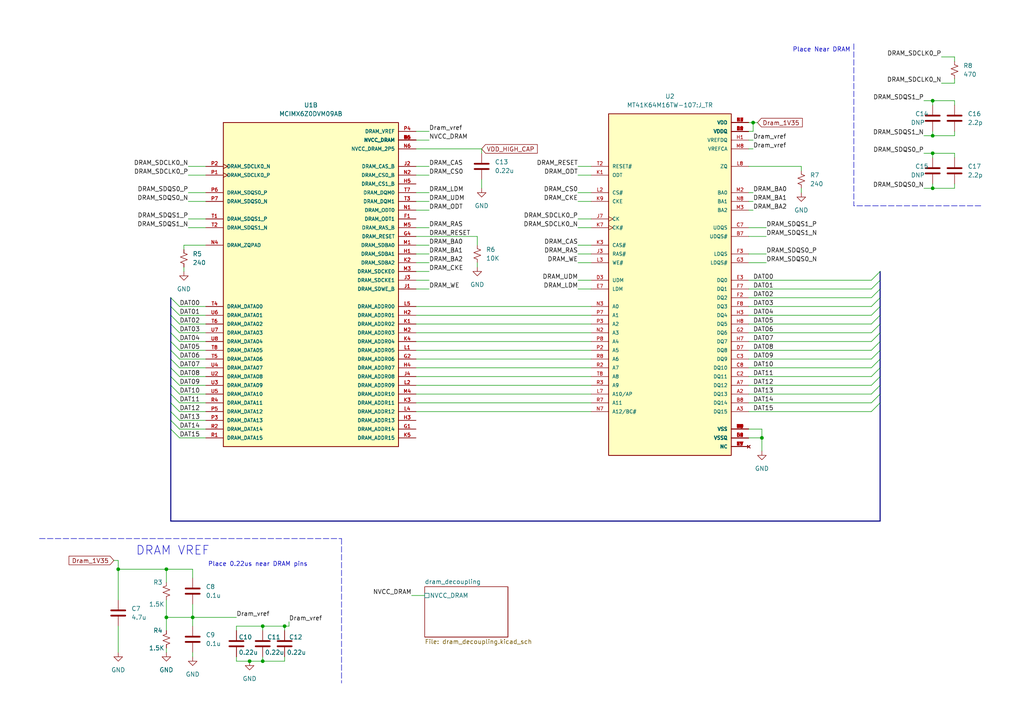
<source format=kicad_sch>
(kicad_sch (version 20211123) (generator eeschema)
  (paper "A4")
  (junction (at 48.26 179.07))
  (junction (at 270.51 54.61))
  (junction (at 48.26 165.1))
  (junction (at 55.88 179.07))
  (junction (at 270.51 39.37))
  (junction (at 76.2 191.77))
  (junction (at 218.44 35.56))
  (junction (at 34.29 165.1))
  (junction (at 270.51 44.45))
  (junction (at 220.98 127))
  (junction (at 72.39 191.77))
  (junction (at 82.55 181.61))
  (junction (at 270.51 29.21))
  (junction (at 76.2 181.61))
  (bus_entry (at 255.27 88.9) (size -2.54 2.54))
  (bus_entry (at 255.27 83.82) (size -2.54 2.54))
  (bus_entry (at 255.27 81.28) (size -2.54 2.54))
  (bus_entry (at 49.53 114.3) (size 2.54 2.54))
  (bus_entry (at 49.53 111.76) (size 2.54 2.54))
  (bus_entry (at 49.53 109.22) (size 2.54 2.54))
  (bus_entry (at 49.53 106.68) (size 2.54 2.54))
  (bus_entry (at 49.53 91.44) (size 2.54 2.54))
  (bus_entry (at 49.53 88.9) (size 2.54 2.54))
  (bus_entry (at 49.53 96.52) (size 2.54 2.54))
  (bus_entry (at 49.53 93.98) (size 2.54 2.54))
  (bus_entry (at 49.53 99.06) (size 2.54 2.54))
  (bus_entry (at 49.53 101.6) (size 2.54 2.54))
  (bus_entry (at 49.53 104.14) (size 2.54 2.54))
  (bus_entry (at 49.53 116.84) (size 2.54 2.54))
  (bus_entry (at 49.53 119.38) (size 2.54 2.54))
  (bus_entry (at 49.53 124.46) (size 2.54 2.54))
  (bus_entry (at 49.53 121.92) (size 2.54 2.54))
  (bus_entry (at 49.53 86.36) (size 2.54 2.54))
  (bus_entry (at 255.27 114.3) (size -2.54 2.54))
  (bus_entry (at 255.27 91.44) (size -2.54 2.54))
  (bus_entry (at 255.27 109.22) (size -2.54 2.54))
  (bus_entry (at 255.27 96.52) (size -2.54 2.54))
  (bus_entry (at 255.27 78.74) (size -2.54 2.54))
  (bus_entry (at 255.27 86.36) (size -2.54 2.54))
  (bus_entry (at 255.27 106.68) (size -2.54 2.54))
  (bus_entry (at 255.27 99.06) (size -2.54 2.54))
  (bus_entry (at 255.27 93.98) (size -2.54 2.54))
  (bus_entry (at 255.27 111.76) (size -2.54 2.54))
  (bus_entry (at 255.27 101.6) (size -2.54 2.54))
  (bus_entry (at 255.27 104.14) (size -2.54 2.54))
  (bus_entry (at 255.27 116.84) (size -2.54 2.54))
  (wire (pts (xy 120.65 114.3) (xy 171.45 114.3)))
  (wire (pts (xy 34.29 165.1) (xy 34.29 162.56)))
  (wire (pts (xy 52.07 114.3) (xy 59.69 114.3)))
  (wire (pts (xy 120.65 93.98) (xy 171.45 93.98)))
  (bus (pts (xy 49.53 121.92) (xy 49.53 124.46)))
  (wire (pts (xy 217.17 99.06) (xy 252.73 99.06)))
  (wire (pts (xy 232.41 54.61) (xy 232.41 55.88)))
  (bus (pts (xy 255.27 88.9) (xy 255.27 91.44)))
  (wire (pts (xy 267.97 44.45) (xy 270.51 44.45)))
  (wire (pts (xy 54.61 55.88) (xy 59.69 55.88)))
  (wire (pts (xy 218.44 35.56) (xy 218.44 38.1)))
  (wire (pts (xy 55.88 179.07) (xy 68.58 179.07)))
  (wire (pts (xy 54.61 50.8) (xy 59.69 50.8)))
  (wire (pts (xy 217.17 101.6) (xy 252.73 101.6)))
  (bus (pts (xy 49.53 101.6) (xy 49.53 104.14)))
  (wire (pts (xy 267.97 29.21) (xy 270.51 29.21)))
  (wire (pts (xy 120.65 38.1) (xy 124.46 38.1)))
  (wire (pts (xy 52.07 101.6) (xy 59.69 101.6)))
  (wire (pts (xy 217.17 104.14) (xy 252.73 104.14)))
  (wire (pts (xy 120.65 40.64) (xy 124.46 40.64)))
  (wire (pts (xy 232.41 48.26) (xy 232.41 49.53)))
  (wire (pts (xy 120.65 83.82) (xy 124.46 83.82)))
  (wire (pts (xy 120.65 71.12) (xy 124.46 71.12)))
  (wire (pts (xy 52.07 124.46) (xy 59.69 124.46)))
  (wire (pts (xy 76.2 181.61) (xy 76.2 182.88)))
  (wire (pts (xy 54.61 66.04) (xy 59.69 66.04)))
  (bus (pts (xy 49.53 93.98) (xy 49.53 96.52)))
  (bus (pts (xy 49.53 104.14) (xy 49.53 106.68)))
  (wire (pts (xy 222.25 76.2) (xy 217.17 76.2)))
  (wire (pts (xy 52.07 119.38) (xy 59.69 119.38)))
  (wire (pts (xy 222.25 73.66) (xy 217.17 73.66)))
  (bus (pts (xy 49.53 151.13) (xy 255.27 151.13)))
  (wire (pts (xy 52.07 127) (xy 59.69 127)))
  (wire (pts (xy 33.02 162.56) (xy 34.29 162.56)))
  (wire (pts (xy 120.65 73.66) (xy 124.46 73.66)))
  (wire (pts (xy 52.07 88.9) (xy 59.69 88.9)))
  (wire (pts (xy 120.65 76.2) (xy 124.46 76.2)))
  (wire (pts (xy 276.86 24.13) (xy 276.86 22.86)))
  (bus (pts (xy 49.53 116.84) (xy 49.53 119.38)))
  (wire (pts (xy 276.86 16.51) (xy 276.86 17.78)))
  (bus (pts (xy 255.27 93.98) (xy 255.27 96.52)))
  (wire (pts (xy 52.07 109.22) (xy 59.69 109.22)))
  (wire (pts (xy 120.65 88.9) (xy 171.45 88.9)))
  (wire (pts (xy 139.7 52.07) (xy 139.7 54.61)))
  (wire (pts (xy 217.17 91.44) (xy 252.73 91.44)))
  (bus (pts (xy 255.27 104.14) (xy 255.27 106.68)))
  (wire (pts (xy 48.26 179.07) (xy 55.88 179.07)))
  (wire (pts (xy 270.51 29.21) (xy 276.86 29.21)))
  (wire (pts (xy 54.61 48.26) (xy 59.69 48.26)))
  (wire (pts (xy 120.65 106.68) (xy 171.45 106.68)))
  (bus (pts (xy 49.53 86.36) (xy 49.53 88.9)))
  (bus (pts (xy 49.53 109.22) (xy 49.53 111.76)))
  (wire (pts (xy 119.38 172.72) (xy 123.19 172.72)))
  (wire (pts (xy 48.26 187.96) (xy 48.26 189.23)))
  (wire (pts (xy 120.65 55.88) (xy 124.46 55.88)))
  (bus (pts (xy 255.27 91.44) (xy 255.27 93.98)))
  (wire (pts (xy 167.64 81.28) (xy 171.45 81.28)))
  (wire (pts (xy 120.65 58.42) (xy 124.46 58.42)))
  (wire (pts (xy 120.65 111.76) (xy 171.45 111.76)))
  (wire (pts (xy 54.61 58.42) (xy 59.69 58.42)))
  (wire (pts (xy 270.51 38.1) (xy 270.51 39.37)))
  (wire (pts (xy 120.65 109.22) (xy 171.45 109.22)))
  (wire (pts (xy 270.51 44.45) (xy 270.51 45.72)))
  (bus (pts (xy 49.53 88.9) (xy 49.53 91.44)))
  (wire (pts (xy 53.34 72.39) (xy 53.34 71.12)))
  (wire (pts (xy 167.64 71.12) (xy 171.45 71.12)))
  (wire (pts (xy 72.39 191.77) (xy 76.2 191.77)))
  (bus (pts (xy 255.27 83.82) (xy 255.27 86.36)))
  (wire (pts (xy 72.39 191.77) (xy 68.58 191.77)))
  (wire (pts (xy 48.26 165.1) (xy 55.88 165.1)))
  (bus (pts (xy 255.27 81.28) (xy 255.27 83.82)))
  (wire (pts (xy 55.88 165.1) (xy 55.88 167.64)))
  (wire (pts (xy 120.65 50.8) (xy 124.46 50.8)))
  (wire (pts (xy 68.58 191.77) (xy 68.58 190.5)))
  (wire (pts (xy 217.17 86.36) (xy 252.73 86.36)))
  (wire (pts (xy 52.07 106.68) (xy 59.69 106.68)))
  (wire (pts (xy 82.55 191.77) (xy 82.55 190.5)))
  (wire (pts (xy 220.98 127) (xy 220.98 130.81)))
  (wire (pts (xy 222.25 66.04) (xy 217.17 66.04)))
  (bus (pts (xy 255.27 78.74) (xy 255.27 81.28)))
  (polyline (pts (xy 247.65 12.7) (xy 247.65 59.69)))
  (wire (pts (xy 76.2 181.61) (xy 82.55 181.61)))
  (wire (pts (xy 120.65 101.6) (xy 171.45 101.6)))
  (bus (pts (xy 49.53 119.38) (xy 49.53 121.92)))
  (wire (pts (xy 139.7 43.18) (xy 139.7 44.45)))
  (wire (pts (xy 217.17 35.56) (xy 218.44 35.56)))
  (wire (pts (xy 217.17 111.76) (xy 252.73 111.76)))
  (wire (pts (xy 82.55 181.61) (xy 82.55 182.88)))
  (bus (pts (xy 255.27 106.68) (xy 255.27 109.22)))
  (wire (pts (xy 217.17 114.3) (xy 252.73 114.3)))
  (wire (pts (xy 220.98 124.46) (xy 220.98 127)))
  (wire (pts (xy 120.65 119.38) (xy 171.45 119.38)))
  (wire (pts (xy 167.64 55.88) (xy 171.45 55.88)))
  (wire (pts (xy 217.17 83.82) (xy 252.73 83.82)))
  (wire (pts (xy 167.64 58.42) (xy 171.45 58.42)))
  (wire (pts (xy 52.07 91.44) (xy 59.69 91.44)))
  (wire (pts (xy 217.17 60.96) (xy 218.44 60.96)))
  (bus (pts (xy 49.53 96.52) (xy 49.53 99.06)))
  (wire (pts (xy 276.86 29.21) (xy 276.86 30.48)))
  (bus (pts (xy 255.27 111.76) (xy 255.27 114.3)))
  (wire (pts (xy 167.64 48.26) (xy 171.45 48.26)))
  (bus (pts (xy 255.27 109.22) (xy 255.27 111.76)))
  (wire (pts (xy 218.44 35.56) (xy 219.71 35.56)))
  (wire (pts (xy 217.17 106.68) (xy 252.73 106.68)))
  (wire (pts (xy 217.17 81.28) (xy 252.73 81.28)))
  (wire (pts (xy 167.64 50.8) (xy 171.45 50.8)))
  (bus (pts (xy 49.53 99.06) (xy 49.53 101.6)))
  (wire (pts (xy 52.07 93.98) (xy 59.69 93.98)))
  (wire (pts (xy 273.05 16.51) (xy 276.86 16.51)))
  (bus (pts (xy 255.27 114.3) (xy 255.27 116.84)))
  (wire (pts (xy 120.65 91.44) (xy 171.45 91.44)))
  (wire (pts (xy 270.51 54.61) (xy 276.86 54.61)))
  (wire (pts (xy 52.07 99.06) (xy 59.69 99.06)))
  (wire (pts (xy 217.17 88.9) (xy 252.73 88.9)))
  (wire (pts (xy 76.2 191.77) (xy 82.55 191.77)))
  (wire (pts (xy 276.86 44.45) (xy 276.86 45.72)))
  (wire (pts (xy 270.51 44.45) (xy 276.86 44.45)))
  (wire (pts (xy 68.58 182.88) (xy 68.58 181.61)))
  (wire (pts (xy 217.17 93.98) (xy 252.73 93.98)))
  (polyline (pts (xy 284.48 59.69) (xy 247.65 59.69)))
  (bus (pts (xy 255.27 116.84) (xy 255.27 151.13)))
  (wire (pts (xy 217.17 116.84) (xy 252.73 116.84)))
  (bus (pts (xy 49.53 91.44) (xy 49.53 93.98)))
  (wire (pts (xy 270.51 29.21) (xy 270.51 30.48)))
  (wire (pts (xy 217.17 38.1) (xy 218.44 38.1)))
  (wire (pts (xy 52.07 121.92) (xy 59.69 121.92)))
  (wire (pts (xy 217.17 48.26) (xy 232.41 48.26)))
  (wire (pts (xy 276.86 54.61) (xy 276.86 53.34)))
  (bus (pts (xy 49.53 114.3) (xy 49.53 116.84)))
  (wire (pts (xy 55.88 175.26) (xy 55.88 179.07)))
  (wire (pts (xy 48.26 173.99) (xy 48.26 179.07)))
  (wire (pts (xy 270.51 53.34) (xy 270.51 54.61)))
  (wire (pts (xy 138.43 76.2) (xy 138.43 77.47)))
  (polyline (pts (xy 99.06 156.21) (xy 99.06 198.12)))
  (wire (pts (xy 120.65 116.84) (xy 171.45 116.84)))
  (wire (pts (xy 267.97 54.61) (xy 270.51 54.61)))
  (bus (pts (xy 255.27 101.6) (xy 255.27 104.14)))
  (wire (pts (xy 52.07 116.84) (xy 59.69 116.84)))
  (wire (pts (xy 52.07 111.76) (xy 59.69 111.76)))
  (wire (pts (xy 48.26 179.07) (xy 48.26 182.88)))
  (wire (pts (xy 53.34 71.12) (xy 59.69 71.12)))
  (bus (pts (xy 49.53 106.68) (xy 49.53 109.22)))
  (wire (pts (xy 276.86 39.37) (xy 276.86 38.1)))
  (wire (pts (xy 120.65 66.04) (xy 124.46 66.04)))
  (wire (pts (xy 217.17 43.18) (xy 218.44 43.18)))
  (wire (pts (xy 222.25 68.58) (xy 217.17 68.58)))
  (wire (pts (xy 120.65 81.28) (xy 124.46 81.28)))
  (wire (pts (xy 52.07 104.14) (xy 59.69 104.14)))
  (wire (pts (xy 34.29 181.61) (xy 34.29 189.23)))
  (bus (pts (xy 255.27 96.52) (xy 255.27 99.06)))
  (wire (pts (xy 55.88 189.23) (xy 55.88 190.5)))
  (wire (pts (xy 76.2 191.77) (xy 76.2 190.5)))
  (wire (pts (xy 217.17 119.38) (xy 252.73 119.38)))
  (wire (pts (xy 273.05 24.13) (xy 276.86 24.13)))
  (wire (pts (xy 55.88 179.07) (xy 55.88 181.61)))
  (wire (pts (xy 267.97 39.37) (xy 270.51 39.37)))
  (wire (pts (xy 68.58 181.61) (xy 76.2 181.61)))
  (wire (pts (xy 82.55 181.61) (xy 83.82 181.61)))
  (wire (pts (xy 120.65 43.18) (xy 139.7 43.18)))
  (polyline (pts (xy 11.43 156.21) (xy 99.06 156.21)))
  (wire (pts (xy 217.17 124.46) (xy 220.98 124.46)))
  (wire (pts (xy 167.64 63.5) (xy 171.45 63.5)))
  (bus (pts (xy 49.53 111.76) (xy 49.53 114.3)))
  (wire (pts (xy 120.65 68.58) (xy 138.43 68.58)))
  (wire (pts (xy 120.65 104.14) (xy 171.45 104.14)))
  (wire (pts (xy 48.26 165.1) (xy 48.26 168.91)))
  (wire (pts (xy 120.65 96.52) (xy 171.45 96.52)))
  (wire (pts (xy 167.64 83.82) (xy 171.45 83.82)))
  (wire (pts (xy 120.65 60.96) (xy 124.46 60.96)))
  (wire (pts (xy 83.82 181.61) (xy 83.82 180.34)))
  (wire (pts (xy 34.29 165.1) (xy 48.26 165.1)))
  (wire (pts (xy 167.64 66.04) (xy 171.45 66.04)))
  (bus (pts (xy 49.53 151.13) (xy 49.53 124.46)))
  (wire (pts (xy 217.17 58.42) (xy 218.44 58.42)))
  (bus (pts (xy 255.27 99.06) (xy 255.27 101.6)))
  (bus (pts (xy 255.27 86.36) (xy 255.27 88.9)))
  (wire (pts (xy 52.07 96.52) (xy 59.69 96.52)))
  (wire (pts (xy 34.29 173.99) (xy 34.29 165.1)))
  (wire (pts (xy 217.17 109.22) (xy 252.73 109.22)))
  (wire (pts (xy 54.61 63.5) (xy 59.69 63.5)))
  (wire (pts (xy 217.17 96.52) (xy 252.73 96.52)))
  (wire (pts (xy 270.51 39.37) (xy 276.86 39.37)))
  (wire (pts (xy 217.17 127) (xy 220.98 127)))
  (wire (pts (xy 120.65 48.26) (xy 124.46 48.26)))
  (wire (pts (xy 217.17 55.88) (xy 218.44 55.88)))
  (wire (pts (xy 120.65 78.74) (xy 124.46 78.74)))
  (wire (pts (xy 120.65 99.06) (xy 171.45 99.06)))
  (wire (pts (xy 138.43 68.58) (xy 138.43 71.12)))
  (wire (pts (xy 167.64 76.2) (xy 171.45 76.2)))
  (wire (pts (xy 217.17 40.64) (xy 218.44 40.64)))
  (wire (pts (xy 53.34 77.47) (xy 53.34 78.74)))
  (wire (pts (xy 167.64 73.66) (xy 171.45 73.66)))
  (text "Place 0.22us near DRAM pins" (at 60.325 164.465 0) (effects (font (size 1.27 1.27)) (justify left bottom)))
  (text "Place Near DRAM" (at 229.87 15.24 0) (effects (font (size 1.27 1.27)) (justify left bottom)))
  (text "DRAM VREF" (at 39.37 161.29 0) (effects (font (size 2.54 2.54)) (justify left bottom)))
  (label "DRAM_RAS" (at 124.46 66.04 0))
  (label "DRAM_RESET" (at 124.46 68.58 0))
  (label "DAT13" (at 52.07 121.92 0))
  (label "DRAM_UDM" (at 124.46 58.42 0))
  (label "DRAM_SDQS1_N" (at 267.97 39.37 180))
  (label "DRAM_CS0" (at 167.64 55.88 180))
  (label "DRAM_ODT" (at 167.64 50.8 180))
  (label "DAT11" (at 218.44 109.22 0))
  (label "DAT03" (at 218.44 88.9 0))
  (label "DRAM_SDQS0_P" (at 222.25 73.66 0))
  (label "DRAM_SDQS0_N" (at 267.97 54.61 180))
  (label "DRAM_SDCLK0_P" (at 167.64 63.5 180))
  (label "Dram_vref" (at 83.82 180.34 0))
  (label "Dram_vref" (at 218.44 40.64 0))
  (label "DRAM_SDCLK0_P" (at 273.05 16.51 180))
  (label "DAT15" (at 52.07 127 0))
  (label "DAT04" (at 218.44 91.44 0))
  (label "DRAM_RESET" (at 167.64 48.26 180))
  (label "Dram_vref" (at 124.46 38.1 0))
  (label "DAT09" (at 52.07 111.76 0))
  (label "DAT06" (at 52.07 104.14 0))
  (label "DAT11" (at 52.07 116.84 0))
  (label "DAT02" (at 218.44 86.36 0))
  (label "DAT03" (at 52.07 96.52 0))
  (label "DRAM_SDQS0_N" (at 54.61 58.42 180))
  (label "DRAM_SDCLK0_N" (at 167.64 66.04 180))
  (label "DRAM_BA1" (at 218.44 58.42 0))
  (label "DRAM_SDQS0_P" (at 54.61 55.88 180))
  (label "DRAM_CKE" (at 167.64 58.42 180))
  (label "DRAM_CKE" (at 124.46 78.74 0))
  (label "DAT13" (at 218.44 114.3 0))
  (label "DAT01" (at 52.07 91.44 0))
  (label "NVCC_DRAM" (at 119.38 172.72 180))
  (label "NVCC_DRAM" (at 124.46 40.64 0))
  (label "DRAM_SDCLK0_P" (at 54.61 50.8 180))
  (label "DAT10" (at 52.07 114.3 0))
  (label "DRAM_LDM" (at 167.64 83.82 180))
  (label "DAT01" (at 218.44 83.82 0))
  (label "DRAM_CS0" (at 124.46 50.8 0))
  (label "DRAM_UDM" (at 167.64 81.28 180))
  (label "DAT10" (at 218.44 106.68 0))
  (label "Dram_vref" (at 68.58 179.07 0))
  (label "DAT12" (at 218.44 111.76 0))
  (label "DRAM_BA0" (at 124.46 71.12 0))
  (label "DAT14" (at 52.07 124.46 0))
  (label "DAT05" (at 218.44 93.98 0))
  (label "DRAM_BA1" (at 124.46 73.66 0))
  (label "DAT02" (at 52.07 93.98 0))
  (label "Dram_vref" (at 218.44 43.18 0))
  (label "DRAM_CAS" (at 167.64 71.12 180))
  (label "DAT06" (at 218.44 96.52 0))
  (label "DAT00" (at 218.44 81.28 0))
  (label "DRAM_SDQS1_N" (at 222.25 68.58 0))
  (label "DRAM_SDCLK0_N" (at 273.05 24.13 180))
  (label "DAT15" (at 218.44 119.38 0))
  (label "DRAM_BA0" (at 218.44 55.88 0))
  (label "DRAM_LDM" (at 124.46 55.88 0))
  (label "DAT07" (at 52.07 106.68 0))
  (label "DRAM_BA2" (at 218.44 60.96 0))
  (label "DRAM_WE" (at 167.64 76.2 180))
  (label "DRAM_SDCLK0_N" (at 54.61 48.26 180))
  (label "DAT08" (at 218.44 101.6 0))
  (label "DRAM_SDQS1_P" (at 222.25 66.04 0))
  (label "DRAM_SDQS0_N" (at 222.25 76.2 0))
  (label "DRAM_SDQS0_P" (at 267.97 44.45 180))
  (label "DRAM_SDQS1_P" (at 267.97 29.21 180))
  (label "DAT00" (at 52.07 88.9 0))
  (label "DRAM_WE" (at 124.46 83.82 0))
  (label "DAT04" (at 52.07 99.06 0))
  (label "DRAM_SDQS1_N" (at 54.61 66.04 180))
  (label "DAT05" (at 52.07 101.6 0))
  (label "DRAM_CAS" (at 124.46 48.26 0))
  (label "DRAM_SDQS1_P" (at 54.61 63.5 180))
  (label "DRAM_BA2" (at 124.46 76.2 0))
  (label "DAT12" (at 52.07 119.38 0))
  (label "DAT09" (at 218.44 104.14 0))
  (label "DRAM_RAS" (at 167.64 73.66 180))
  (label "DRAM_ODT" (at 124.46 60.96 0))
  (label "DAT14" (at 218.44 116.84 0))
  (label "DAT07" (at 218.44 99.06 0))
  (label "DAT08" (at 52.07 109.22 0))
  (global_label "Dram_1V35" (shape input) (at 33.02 162.56 180) (property "Intersheet References" "${INTERSHEET_REFS}" (effects hide)))
  (global_label "VDD_HIGH_CAP" (shape input) (at 139.7 43.18 0) (property "Intersheet References" "${INTERSHEET_REFS}" (effects hide)))
  (global_label "Dram_1V35" (shape input) (at 219.71 35.56 0) (property "Intersheet References" "${INTERSHEET_REFS}" (effects hide)))
  (symbol (lib_id "power:GND") (at 220.98 130.81 0) (unit 1)
    (property "Reference" "#PWR0114" (effects hide))
    (property "Value" "GND" (at 220.98 135.89 0))
  )
  (symbol (lib_id "power:GND") (at 55.88 190.5 0) (unit 1)
    (property "Reference" "#PWR0112" (effects hide))
    (property "Value" "GND" (at 55.88 195.58 0))
  )
  (symbol (lib_id "MCIMX6Z0DVM09AB:MCIMX6Z0DVM09AB") (at 90.17 81.28 0) (unit 2)
    (property "Reference" "U1" (at 90.17 30.48 0))
    (property "Value" "MCIMX6Z0DVM09AB" (at 90.17 33.02 0))
    (property "Footprint" "mb_nxp_mcu_mpu:BGA289C80P17X17_1400X1400X132" (effects hide))
    (property "PARTREV" "0" (effects hide))
    (property "STANDARD" "IPC 7351B" (effects hide))
    (property "SNAPEDA_PN" "MCIMX6Z0DVM09AB" (effects hide))
    (property "MAXIMUM_PACKAGE_HEIGHT" "1.32mm" (effects hide))
    (property "MANUFACTURER" "NXP" (effects hide))
  )
  (symbol (lib_id "Device:C") (at 276.86 34.29 0) (unit 1)
    (property "Reference" "C16" (at 280.67 33.0199 0) (effects (justify left)))
    (property "Value" "2.2p" (at 280.67 35.5599 0) (effects (justify left)))
  )
  (symbol (lib_id "power:GND") (at 232.41 55.88 0) (unit 1)
    (property "Reference" "#PWR0115" (effects hide))
    (property "Value" "GND" (at 232.41 60.96 0))
  )
  (symbol (lib_id "Device:C") (at 139.7 48.26 0) (unit 1)
    (property "Reference" "C13" (at 143.51 46.9899 0) (effects (justify left)))
    (property "Value" "0.22u" (at 143.51 49.5299 0) (effects (justify left)))
  )
  (symbol (lib_id "Device:R_Small_US") (at 276.86 20.32 0) (unit 1)
    (property "Reference" "R8" (at 279.4 19.0499 0) (effects (justify left)))
    (property "Value" "470" (at 279.4 21.5899 0) (effects (justify left)))
  )
  (symbol (lib_id "Device:R_Small_US") (at 138.43 73.66 0) (unit 1)
    (property "Reference" "R6" (at 140.97 72.3899 0) (effects (justify left)))
    (property "Value" "10K" (at 140.97 74.9299 0) (effects (justify left)))
  )
  (symbol (lib_id "Device:R_Small_US") (at 48.26 185.42 0) (mirror y) (unit 1)
    (property "Reference" "R4" (at 44.45 182.88 0) (effects (justify right)))
    (property "Value" "1.5K" (at 43.18 187.96 0) (effects (justify right)))
  )
  (symbol (lib_id "power:GND") (at 48.26 189.23 0) (unit 1)
    (property "Reference" "#PWR0113" (effects hide))
    (property "Value" "GND" (at 48.26 194.31 0))
  )
  (symbol (lib_id "Device:C") (at 82.55 186.69 0) (unit 1)
    (property "Reference" "C12" (at 83.82 184.785 0) (effects (justify left)))
    (property "Value" "0.22u" (at 83.185 189.23 0) (effects (justify left)))
  )
  (symbol (lib_id "power:GND") (at 138.43 77.47 0) (unit 1)
    (property "Reference" "#PWR0109" (effects hide))
    (property "Value" "GND" (at 138.43 82.55 0))
  )
  (symbol (lib_id "power:GND") (at 53.34 78.74 0) (unit 1)
    (property "Reference" "#PWR0110" (effects hide))
    (property "Value" "GND" (at 53.34 83.82 0))
  )
  (symbol (lib_id "MT41K64M16TW-107_J_TR:MT41K64M16TW-107{colon}J_TR") (at 194.31 83.82 0) (unit 1)
    (property "Reference" "U2" (at 194.31 27.94 0))
    (property "Value" "MT41K64M16TW-107:J_TR" (at 194.31 30.48 0))
    (property "Footprint" "md_micron_dram:BGA96C80P9X16_1400X800X120N" (effects hide))
    (property "PARTREV" "Rev. L EN 9/18" (effects hide))
    (property "MANUFACTURER" "Micron" (effects hide))
    (property "MAXIMUM_PACKAGE_HEIGHT" "1.2mm" (effects hide))
    (property "STANDARD" "IPC 7351B" (effects hide))
  )
  (symbol (lib_id "Device:C") (at 55.88 171.45 0) (unit 1)
    (property "Reference" "C8" (at 59.69 170.1799 0) (effects (justify left)))
    (property "Value" "0.1u" (at 59.69 172.7199 0) (effects (justify left)))
  )
  (symbol (lib_id "Device:C") (at 55.88 185.42 0) (unit 1)
    (property "Reference" "C9" (at 59.69 184.1499 0) (effects (justify left)))
    (property "Value" "0.1u" (at 59.69 186.6899 0) (effects (justify left)))
  )
  (symbol (lib_id "power:GND") (at 34.29 189.23 0) (unit 1)
    (property "Reference" "#PWR0107" (effects hide))
    (property "Value" "GND" (at 34.29 194.31 0))
  )
  (symbol (lib_id "Device:C") (at 270.51 34.29 0) (unit 1)
    (property "Reference" "C14" (at 265.43 33.02 0) (effects (justify left)))
    (property "Value" "DNP" (at 264.16 35.56 0) (effects (justify left)))
  )
  (symbol (lib_id "power:GND") (at 139.7 54.61 0) (unit 1)
    (property "Reference" "#PWR0108" (effects hide))
    (property "Value" "GND" (at 139.7 59.69 0))
  )
  (symbol (lib_id "power:GND") (at 72.39 191.77 0) (unit 1)
    (property "Reference" "#PWR0111" (effects hide))
    (property "Value" "GND" (at 72.39 196.85 0))
  )
  (symbol (lib_id "Device:R_Small_US") (at 232.41 52.07 0) (unit 1)
    (property "Reference" "R7" (at 234.95 50.7999 0) (effects (justify left)))
    (property "Value" "240" (at 234.95 53.3399 0) (effects (justify left)))
  )
  (symbol (lib_id "Device:C") (at 34.29 177.8 0) (unit 1)
    (property "Reference" "C7" (at 38.1 176.5299 0) (effects (justify left)))
    (property "Value" "4.7u" (at 38.1 179.0699 0) (effects (justify left)))
  )
  (symbol (lib_id "Device:C") (at 68.58 186.69 0) (unit 1)
    (property "Reference" "C10" (at 69.215 184.785 0) (effects (justify left)))
    (property "Value" "0.22u" (at 69.215 189.23 0) (effects (justify left)))
  )
  (symbol (lib_id "Device:R_Small_US") (at 48.26 171.45 0) (mirror y) (unit 1)
    (property "Reference" "R3" (at 44.45 168.91 0) (effects (justify right)))
    (property "Value" "1.5K" (at 43.18 175.26 0) (effects (justify right)))
  )
  (symbol (lib_id "Device:R_Small_US") (at 53.34 74.93 0) (unit 1)
    (property "Reference" "R5" (at 55.88 73.6599 0) (effects (justify left)))
    (property "Value" "240" (at 55.88 76.1999 0) (effects (justify left)))
  )
  (symbol (lib_id "Device:C") (at 270.51 49.53 0) (unit 1)
    (property "Reference" "C15" (at 265.43 48.26 0) (effects (justify left)))
    (property "Value" "DNP" (at 264.16 50.8 0) (effects (justify left)))
  )
  (symbol (lib_id "Device:C") (at 76.2 186.69 0) (unit 1)
    (property "Reference" "C11" (at 77.47 184.785 0) (effects (justify left)))
    (property "Value" "0.22u" (at 76.835 189.23 0) (effects (justify left)))
  )
  (symbol (lib_id "Device:C") (at 276.86 49.53 0) (unit 1)
    (property "Reference" "C17" (at 280.67 48.2599 0) (effects (justify left)))
    (property "Value" "2.2p" (at 280.67 50.7999 0) (effects (justify left)))
  )
  (sheet (at 123.19 170.18) (size 24.13 14.605) (stroke (width 0.1524))
    (property "Sheet name" "dram_decoupling" (at 123.19 169.4684 0) (effects (justify left bottom)))
    (property "Sheet file" "dram_decoupling.kicad_sch" (at 123.19 185.3696 0) (effects (justify left top)))
    (pin "NVCC_DRAM" passive (at 123.19 172.72 180))
  )
)
</source>
